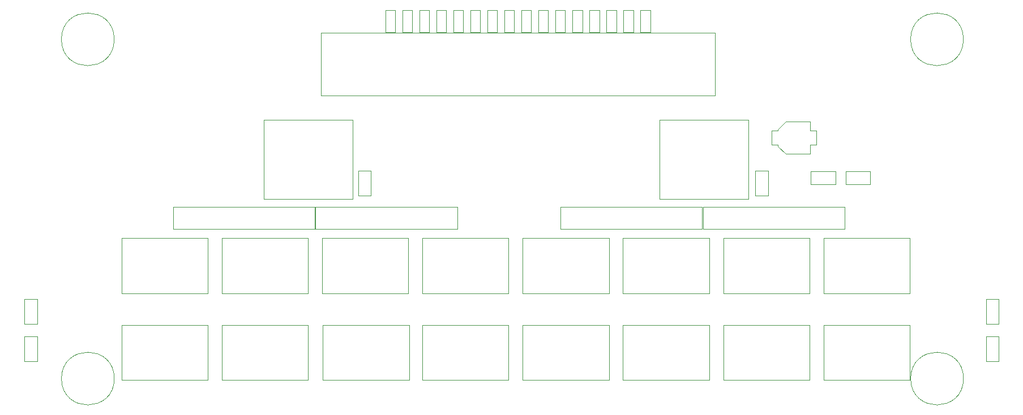
<source format=gbr>
G04 #@! TF.GenerationSoftware,KiCad,Pcbnew,(6.0.5)*
G04 #@! TF.CreationDate,2022-06-05T14:13:23-04:00*
G04 #@! TF.ProjectId,PB_16,50425f31-362e-46b6-9963-61645f706362,v3*
G04 #@! TF.SameCoordinates,Original*
G04 #@! TF.FileFunction,Other,User*
%FSLAX46Y46*%
G04 Gerber Fmt 4.6, Leading zero omitted, Abs format (unit mm)*
G04 Created by KiCad (PCBNEW (6.0.5)) date 2022-06-05 14:13:23*
%MOMM*%
%LPD*%
G01*
G04 APERTURE LIST*
%ADD10C,0.050000*%
G04 APERTURE END LIST*
D10*
X180951000Y-101767800D02*
X182851000Y-101767800D01*
X182851000Y-105467800D02*
X180951000Y-105467800D01*
X180951000Y-105467800D02*
X180951000Y-101767800D01*
X182851000Y-101767800D02*
X182851000Y-105467800D01*
X99050000Y-133100000D02*
X99050000Y-124850000D01*
X99050000Y-124850000D02*
X86150000Y-124850000D01*
X86150000Y-124850000D02*
X86150000Y-133100000D01*
X86150000Y-133100000D02*
X99050000Y-133100000D01*
X129050000Y-120100000D02*
X129050000Y-111850000D01*
X116150000Y-120100000D02*
X129050000Y-120100000D01*
X129050000Y-111850000D02*
X116150000Y-111850000D01*
X116150000Y-111850000D02*
X116150000Y-120100000D01*
X116264342Y-124850000D02*
X116264342Y-133100000D01*
X129164342Y-124850000D02*
X116264342Y-124850000D01*
X116264342Y-133100000D02*
X129164342Y-133100000D01*
X129164342Y-133100000D02*
X129164342Y-124850000D01*
X144050000Y-111850000D02*
X131150000Y-111850000D01*
X144050000Y-120100000D02*
X144050000Y-111850000D01*
X131150000Y-111850000D02*
X131150000Y-120100000D01*
X131150000Y-120100000D02*
X144050000Y-120100000D01*
X144050000Y-124850000D02*
X131150000Y-124850000D01*
X144050000Y-133100000D02*
X144050000Y-124850000D01*
X131150000Y-124850000D02*
X131150000Y-133100000D01*
X131150000Y-133100000D02*
X144050000Y-133100000D01*
X146150000Y-111850000D02*
X146150000Y-120100000D01*
X159050000Y-120100000D02*
X159050000Y-111850000D01*
X159050000Y-111850000D02*
X146150000Y-111850000D01*
X146150000Y-120100000D02*
X159050000Y-120100000D01*
X159050000Y-133100000D02*
X159050000Y-124850000D01*
X159050000Y-124850000D02*
X146150000Y-124850000D01*
X146150000Y-133100000D02*
X159050000Y-133100000D01*
X146150000Y-124850000D02*
X146150000Y-133100000D01*
X161150000Y-120100000D02*
X174050000Y-120100000D01*
X174050000Y-120100000D02*
X174050000Y-111850000D01*
X161150000Y-111850000D02*
X161150000Y-120100000D01*
X174050000Y-111850000D02*
X161150000Y-111850000D01*
X174050000Y-133100000D02*
X174050000Y-124850000D01*
X161150000Y-124850000D02*
X161150000Y-133100000D01*
X174050000Y-124850000D02*
X161150000Y-124850000D01*
X161150000Y-133100000D02*
X174050000Y-133100000D01*
X176150000Y-120100000D02*
X189050000Y-120100000D01*
X189050000Y-111850000D02*
X176150000Y-111850000D01*
X176150000Y-111850000D02*
X176150000Y-120100000D01*
X189050000Y-120100000D02*
X189050000Y-111850000D01*
X176150000Y-133100000D02*
X189050000Y-133100000D01*
X189050000Y-124850000D02*
X176150000Y-124850000D01*
X189050000Y-133100000D02*
X189050000Y-124850000D01*
X176150000Y-124850000D02*
X176150000Y-133100000D01*
X204050000Y-120100000D02*
X204050000Y-111850000D01*
X191150000Y-120100000D02*
X204050000Y-120100000D01*
X191150000Y-111850000D02*
X191150000Y-120100000D01*
X204050000Y-111850000D02*
X191150000Y-111850000D01*
X191150000Y-133100000D02*
X204050000Y-133100000D01*
X191150000Y-124850000D02*
X191150000Y-133100000D01*
X204050000Y-124850000D02*
X191150000Y-124850000D01*
X204050000Y-133100000D02*
X204050000Y-124850000D01*
X123451000Y-105467800D02*
X121551000Y-105467800D01*
X123451000Y-101767800D02*
X123451000Y-105467800D01*
X121551000Y-101767800D02*
X123451000Y-101767800D01*
X121551000Y-105467800D02*
X121551000Y-101767800D01*
X115061500Y-107163600D02*
X93861500Y-107163600D01*
X93861500Y-110463600D02*
X115061500Y-110463600D01*
X115061500Y-110463600D02*
X115061500Y-107163600D01*
X93861500Y-107163600D02*
X93861500Y-110463600D01*
X172986200Y-107163600D02*
X151786200Y-107163600D01*
X172986200Y-110463600D02*
X172986200Y-107163600D01*
X151786200Y-107163600D02*
X151786200Y-110463600D01*
X151786200Y-110463600D02*
X172986200Y-110463600D01*
X194312600Y-107163600D02*
X173112600Y-107163600D01*
X194312600Y-110463600D02*
X194312600Y-107163600D01*
X173112600Y-107163600D02*
X173112600Y-110463600D01*
X173112600Y-110463600D02*
X194312600Y-110463600D01*
X136352700Y-110463600D02*
X136352700Y-107163600D01*
X115152700Y-110463600D02*
X136352700Y-110463600D01*
X115152700Y-107163600D02*
X115152700Y-110463600D01*
X136352700Y-107163600D02*
X115152700Y-107163600D01*
X99050000Y-111850000D02*
X86150000Y-111850000D01*
X86150000Y-111850000D02*
X86150000Y-120100000D01*
X86150000Y-120100000D02*
X99050000Y-120100000D01*
X99050000Y-120100000D02*
X99050000Y-111850000D01*
X114050000Y-120100000D02*
X114050000Y-111850000D01*
X114050000Y-111850000D02*
X101150000Y-111850000D01*
X101150000Y-111850000D02*
X101150000Y-120100000D01*
X101150000Y-120100000D02*
X114050000Y-120100000D01*
X101150000Y-124850000D02*
X101150000Y-133100000D01*
X101150000Y-133100000D02*
X114050000Y-133100000D01*
X114050000Y-124850000D02*
X101150000Y-124850000D01*
X114050000Y-133100000D02*
X114050000Y-124850000D01*
X85063000Y-82066600D02*
G75*
G03*
X85063000Y-82066600I-3950000J0D01*
G01*
X212063000Y-82066600D02*
G75*
G03*
X212063000Y-82066600I-3950000J0D01*
G01*
X71651000Y-120981000D02*
X73551000Y-120981000D01*
X73551000Y-124681000D02*
X71651000Y-124681000D01*
X73551000Y-120981000D02*
X73551000Y-124681000D01*
X71651000Y-124681000D02*
X71651000Y-120981000D01*
X71651000Y-126542000D02*
X73551000Y-126542000D01*
X73551000Y-126542000D02*
X73551000Y-130242000D01*
X73551000Y-130242000D02*
X71651000Y-130242000D01*
X71651000Y-130242000D02*
X71651000Y-126542000D01*
X189251000Y-101867800D02*
X192951000Y-101867800D01*
X192951000Y-103767800D02*
X189251000Y-103767800D01*
X189251000Y-103767800D02*
X189251000Y-101867800D01*
X192951000Y-101867800D02*
X192951000Y-103767800D01*
X174911000Y-81107800D02*
X174911000Y-90467800D01*
X174911000Y-90467800D02*
X115951000Y-90467800D01*
X115951000Y-90467800D02*
X115951000Y-81107800D01*
X115951000Y-81107800D02*
X174911000Y-81107800D01*
X194451000Y-103767800D02*
X194451000Y-101867800D01*
X198151000Y-101867800D02*
X198151000Y-103767800D01*
X198151000Y-103767800D02*
X194451000Y-103767800D01*
X194451000Y-101867800D02*
X198151000Y-101867800D01*
X212077600Y-132866600D02*
G75*
G03*
X212077600Y-132866600I-3950000J0D01*
G01*
X215451000Y-130242000D02*
X215451000Y-126542000D01*
X217351000Y-126542000D02*
X217351000Y-130242000D01*
X217351000Y-130242000D02*
X215451000Y-130242000D01*
X215451000Y-126542000D02*
X217351000Y-126542000D01*
X217351000Y-124681000D02*
X215451000Y-124681000D01*
X215451000Y-124681000D02*
X215451000Y-120981000D01*
X215451000Y-120981000D02*
X217351000Y-120981000D01*
X217351000Y-120981000D02*
X217351000Y-124681000D01*
X166651000Y-94087800D02*
X166651000Y-105947800D01*
X179951000Y-94087800D02*
X166651000Y-94087800D01*
X166651000Y-105947800D02*
X179951000Y-105947800D01*
X179951000Y-105947800D02*
X179951000Y-94087800D01*
X107451000Y-94087800D02*
X107451000Y-105947800D01*
X107451000Y-105947800D02*
X120751000Y-105947800D01*
X120751000Y-94087800D02*
X107451000Y-94087800D01*
X120751000Y-105947800D02*
X120751000Y-94087800D01*
X143429000Y-77667800D02*
X144889000Y-77667800D01*
X143429000Y-80967800D02*
X143429000Y-77667800D01*
X144889000Y-77667800D02*
X144889000Y-80967800D01*
X144889000Y-80967800D02*
X143429000Y-80967800D01*
X161237000Y-77667800D02*
X162697000Y-77667800D01*
X161237000Y-80967800D02*
X161237000Y-77667800D01*
X162697000Y-80967800D02*
X161237000Y-80967800D01*
X162697000Y-77667800D02*
X162697000Y-80967800D01*
X127081000Y-80967800D02*
X125621000Y-80967800D01*
X125621000Y-80967800D02*
X125621000Y-77667800D01*
X127081000Y-77667800D02*
X127081000Y-80967800D01*
X125621000Y-77667800D02*
X127081000Y-77667800D01*
X140885000Y-77667800D02*
X142345000Y-77667800D01*
X142345000Y-80967800D02*
X140885000Y-80967800D01*
X142345000Y-77667800D02*
X142345000Y-80967800D01*
X140885000Y-80967800D02*
X140885000Y-77667800D01*
X145973000Y-77667800D02*
X147433000Y-77667800D01*
X147433000Y-77667800D02*
X147433000Y-80967800D01*
X145973000Y-80967800D02*
X145973000Y-77667800D01*
X147433000Y-80967800D02*
X145973000Y-80967800D01*
X189151000Y-97867800D02*
X189151000Y-99217800D01*
X184351000Y-95767800D02*
X183401000Y-95767800D01*
X185501000Y-99217800D02*
X189151000Y-99217800D01*
X183401000Y-97867800D02*
X184351000Y-97867800D01*
X189151000Y-95767800D02*
X190101000Y-95767800D01*
X189151000Y-94417800D02*
X189151000Y-95767800D01*
X185501000Y-94417800D02*
X189151000Y-94417800D01*
X184351000Y-95567800D02*
X184351000Y-95767800D01*
X190101000Y-95767800D02*
X190101000Y-97867800D01*
X184351000Y-97867800D02*
X184351000Y-98067800D01*
X183401000Y-95767800D02*
X183401000Y-97867800D01*
X184351000Y-95567800D02*
X185501000Y-94417800D01*
X190101000Y-97867800D02*
X189151000Y-97867800D01*
X184351000Y-98067800D02*
X185501000Y-99217800D01*
X132169000Y-80967800D02*
X130709000Y-80967800D01*
X130709000Y-80967800D02*
X130709000Y-77667800D01*
X132169000Y-77667800D02*
X132169000Y-80967800D01*
X130709000Y-77667800D02*
X132169000Y-77667800D01*
X153605000Y-77667800D02*
X155065000Y-77667800D01*
X155065000Y-77667800D02*
X155065000Y-80967800D01*
X155065000Y-80967800D02*
X153605000Y-80967800D01*
X153605000Y-80967800D02*
X153605000Y-77667800D01*
X139801000Y-80967800D02*
X138341000Y-80967800D01*
X139801000Y-77667800D02*
X139801000Y-80967800D01*
X138341000Y-77667800D02*
X139801000Y-77667800D01*
X138341000Y-80967800D02*
X138341000Y-77667800D01*
X152521000Y-77667800D02*
X152521000Y-80967800D01*
X151061000Y-80967800D02*
X151061000Y-77667800D01*
X152521000Y-80967800D02*
X151061000Y-80967800D01*
X151061000Y-77667800D02*
X152521000Y-77667800D01*
X85077600Y-132866600D02*
G75*
G03*
X85077600Y-132866600I-3950000J0D01*
G01*
X137257000Y-77667800D02*
X137257000Y-80967800D01*
X135797000Y-80967800D02*
X135797000Y-77667800D01*
X135797000Y-77667800D02*
X137257000Y-77667800D01*
X137257000Y-80967800D02*
X135797000Y-80967800D01*
X165241000Y-80967800D02*
X163781000Y-80967800D01*
X163781000Y-80967800D02*
X163781000Y-77667800D01*
X163781000Y-77667800D02*
X165241000Y-77667800D01*
X165241000Y-77667800D02*
X165241000Y-80967800D01*
X149977000Y-77667800D02*
X149977000Y-80967800D01*
X149977000Y-80967800D02*
X148517000Y-80967800D01*
X148517000Y-80967800D02*
X148517000Y-77667800D01*
X148517000Y-77667800D02*
X149977000Y-77667800D01*
X160153000Y-77667800D02*
X160153000Y-80967800D01*
X158693000Y-77667800D02*
X160153000Y-77667800D01*
X158693000Y-80967800D02*
X158693000Y-77667800D01*
X160153000Y-80967800D02*
X158693000Y-80967800D01*
X134713000Y-77667800D02*
X134713000Y-80967800D01*
X134713000Y-80967800D02*
X133253000Y-80967800D01*
X133253000Y-80967800D02*
X133253000Y-77667800D01*
X133253000Y-77667800D02*
X134713000Y-77667800D01*
X128165000Y-80967800D02*
X128165000Y-77667800D01*
X128165000Y-77667800D02*
X129625000Y-77667800D01*
X129625000Y-77667800D02*
X129625000Y-80967800D01*
X129625000Y-80967800D02*
X128165000Y-80967800D01*
X157609000Y-80967800D02*
X156149000Y-80967800D01*
X156149000Y-77667800D02*
X157609000Y-77667800D01*
X156149000Y-80967800D02*
X156149000Y-77667800D01*
X157609000Y-77667800D02*
X157609000Y-80967800D01*
M02*

</source>
